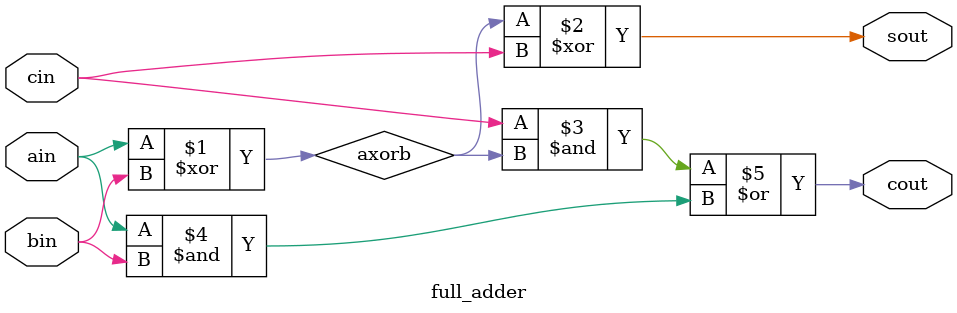
<source format=v>
`ifndef FULL_ADDER
`define FULL_ADDER
module full_adder(
ain,bin,cin,sout,cout);

input ain,bin,cin;
output sout,cout;

wire axorb;


assign axorb=ain^bin;

assign sout=axorb ^ cin;
assign cout=(cin&axorb)|(ain&bin);

endmodule
`endif

</source>
